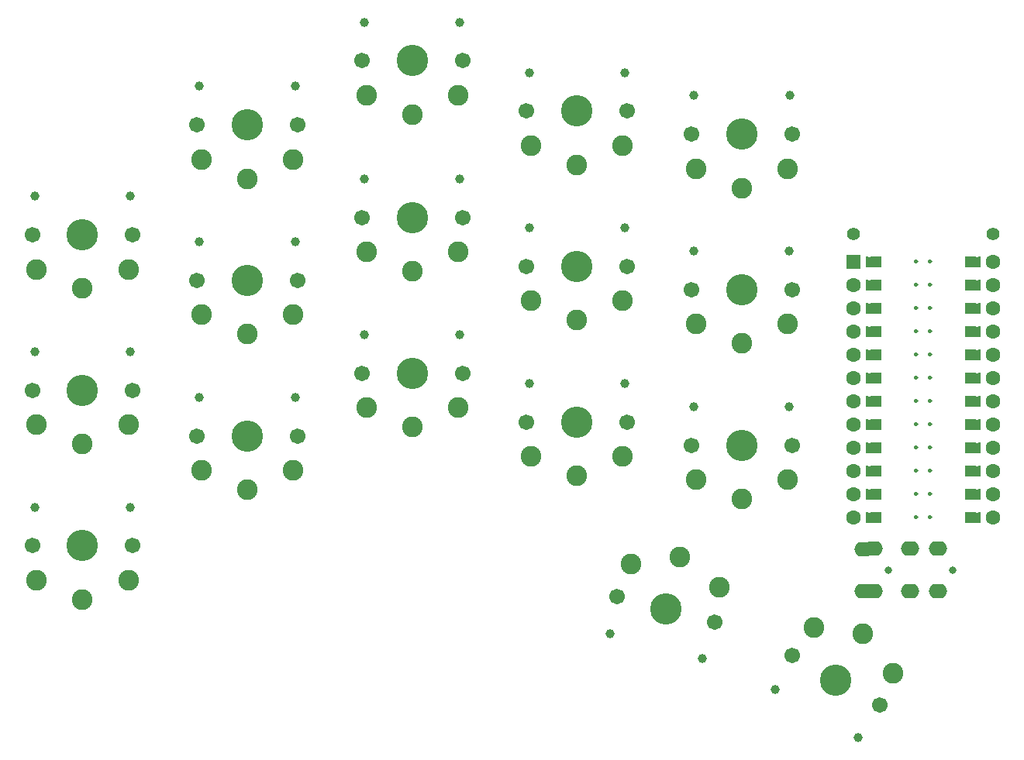
<source format=gbr>
%TF.GenerationSoftware,KiCad,Pcbnew,9.0.2*%
%TF.CreationDate,2025-05-16T20:21:05+01:00*%
%TF.ProjectId,half-swept,68616c66-2d73-4776-9570-742e6b696361,rev?*%
%TF.SameCoordinates,Original*%
%TF.FileFunction,Soldermask,Top*%
%TF.FilePolarity,Negative*%
%FSLAX46Y46*%
G04 Gerber Fmt 4.6, Leading zero omitted, Abs format (unit mm)*
G04 Created by KiCad (PCBNEW 9.0.2) date 2025-05-16 20:21:05*
%MOMM*%
%LPD*%
G01*
G04 APERTURE LIST*
G04 Aperture macros list*
%AMFreePoly0*
4,1,6,0.600000,0.200000,0.000000,-0.400000,-0.600000,0.200000,-0.600000,0.400000,0.600000,0.400000,0.600000,0.200000,0.600000,0.200000,$1*%
%AMFreePoly1*
4,1,6,0.600000,-0.250000,-0.600000,-0.250000,-0.600000,1.000000,0.000000,0.400000,0.600000,1.000000,0.600000,-0.250000,0.600000,-0.250000,$1*%
G04 Aperture macros list end*
%ADD10C,0.250000*%
%ADD11C,0.100000*%
%ADD12C,1.397000*%
%ADD13C,0.800000*%
%ADD14O,2.000000X1.600000*%
%ADD15C,0.990600*%
%ADD16C,1.701800*%
%ADD17C,3.429000*%
%ADD18C,2.262000*%
%ADD19C,1.600000*%
%ADD20FreePoly0,270.000000*%
%ADD21FreePoly0,90.000000*%
%ADD22R,1.600000X1.600000*%
%ADD23FreePoly1,90.000000*%
%ADD24FreePoly1,270.000000*%
G04 APERTURE END LIST*
D10*
%TO.C,U1*%
X118235000Y-69342000D02*
G75*
G02*
X117985000Y-69342000I-125000J0D01*
G01*
X117985000Y-69342000D02*
G75*
G02*
X118235000Y-69342000I125000J0D01*
G01*
X119759000Y-56642000D02*
G75*
G02*
X119509000Y-56642000I-125000J0D01*
G01*
X119509000Y-56642000D02*
G75*
G02*
X119759000Y-56642000I125000J0D01*
G01*
X118235000Y-56642000D02*
G75*
G02*
X117985000Y-56642000I-125000J0D01*
G01*
X117985000Y-56642000D02*
G75*
G02*
X118235000Y-56642000I125000J0D01*
G01*
X119759000Y-76962000D02*
G75*
G02*
X119509000Y-76962000I-125000J0D01*
G01*
X119509000Y-76962000D02*
G75*
G02*
X119759000Y-76962000I125000J0D01*
G01*
X118235000Y-54102000D02*
G75*
G02*
X117985000Y-54102000I-125000J0D01*
G01*
X117985000Y-54102000D02*
G75*
G02*
X118235000Y-54102000I125000J0D01*
G01*
X118235000Y-76962000D02*
G75*
G02*
X117985000Y-76962000I-125000J0D01*
G01*
X117985000Y-76962000D02*
G75*
G02*
X118235000Y-76962000I125000J0D01*
G01*
X119759000Y-69342000D02*
G75*
G02*
X119509000Y-69342000I-125000J0D01*
G01*
X119509000Y-69342000D02*
G75*
G02*
X119759000Y-69342000I125000J0D01*
G01*
X119759000Y-51562000D02*
G75*
G02*
X119509000Y-51562000I-125000J0D01*
G01*
X119509000Y-51562000D02*
G75*
G02*
X119759000Y-51562000I125000J0D01*
G01*
X118235000Y-64262000D02*
G75*
G02*
X117985000Y-64262000I-125000J0D01*
G01*
X117985000Y-64262000D02*
G75*
G02*
X118235000Y-64262000I125000J0D01*
G01*
X119759000Y-74422000D02*
G75*
G02*
X119509000Y-74422000I-125000J0D01*
G01*
X119509000Y-74422000D02*
G75*
G02*
X119759000Y-74422000I125000J0D01*
G01*
X119759000Y-61722000D02*
G75*
G02*
X119509000Y-61722000I-125000J0D01*
G01*
X119509000Y-61722000D02*
G75*
G02*
X119759000Y-61722000I125000J0D01*
G01*
X118235000Y-66802000D02*
G75*
G02*
X117985000Y-66802000I-125000J0D01*
G01*
X117985000Y-66802000D02*
G75*
G02*
X118235000Y-66802000I125000J0D01*
G01*
X118235000Y-71882000D02*
G75*
G02*
X117985000Y-71882000I-125000J0D01*
G01*
X117985000Y-71882000D02*
G75*
G02*
X118235000Y-71882000I125000J0D01*
G01*
X118235000Y-61722000D02*
G75*
G02*
X117985000Y-61722000I-125000J0D01*
G01*
X117985000Y-61722000D02*
G75*
G02*
X118235000Y-61722000I125000J0D01*
G01*
X119759000Y-66802000D02*
G75*
G02*
X119509000Y-66802000I-125000J0D01*
G01*
X119509000Y-66802000D02*
G75*
G02*
X119759000Y-66802000I125000J0D01*
G01*
X118235000Y-49022000D02*
G75*
G02*
X117985000Y-49022000I-125000J0D01*
G01*
X117985000Y-49022000D02*
G75*
G02*
X118235000Y-49022000I125000J0D01*
G01*
X119759000Y-49022000D02*
G75*
G02*
X119509000Y-49022000I-125000J0D01*
G01*
X119509000Y-49022000D02*
G75*
G02*
X119759000Y-49022000I125000J0D01*
G01*
X119759000Y-64262000D02*
G75*
G02*
X119509000Y-64262000I-125000J0D01*
G01*
X119509000Y-64262000D02*
G75*
G02*
X119759000Y-64262000I125000J0D01*
G01*
X118235000Y-51562000D02*
G75*
G02*
X117985000Y-51562000I-125000J0D01*
G01*
X117985000Y-51562000D02*
G75*
G02*
X118235000Y-51562000I125000J0D01*
G01*
X119759000Y-54102000D02*
G75*
G02*
X119509000Y-54102000I-125000J0D01*
G01*
X119509000Y-54102000D02*
G75*
G02*
X119759000Y-54102000I125000J0D01*
G01*
X119759000Y-71882000D02*
G75*
G02*
X119509000Y-71882000I-125000J0D01*
G01*
X119509000Y-71882000D02*
G75*
G02*
X119759000Y-71882000I125000J0D01*
G01*
X119759000Y-59182000D02*
G75*
G02*
X119509000Y-59182000I-125000J0D01*
G01*
X119509000Y-59182000D02*
G75*
G02*
X119759000Y-59182000I125000J0D01*
G01*
X118235000Y-59182000D02*
G75*
G02*
X117985000Y-59182000I-125000J0D01*
G01*
X117985000Y-59182000D02*
G75*
G02*
X118235000Y-59182000I125000J0D01*
G01*
X118235000Y-74422000D02*
G75*
G02*
X117985000Y-74422000I-125000J0D01*
G01*
X117985000Y-74422000D02*
G75*
G02*
X118235000Y-74422000I125000J0D01*
G01*
D11*
X113792000Y-69850000D02*
X112776000Y-69850000D01*
X112776000Y-68834000D01*
X113792000Y-68834000D01*
X113792000Y-69850000D01*
G36*
X113792000Y-69850000D02*
G01*
X112776000Y-69850000D01*
X112776000Y-68834000D01*
X113792000Y-68834000D01*
X113792000Y-69850000D01*
G37*
X113792000Y-57150000D02*
X112776000Y-57150000D01*
X112776000Y-56134000D01*
X113792000Y-56134000D01*
X113792000Y-57150000D01*
G36*
X113792000Y-57150000D02*
G01*
X112776000Y-57150000D01*
X112776000Y-56134000D01*
X113792000Y-56134000D01*
X113792000Y-57150000D01*
G37*
X113792000Y-52070000D02*
X112776000Y-52070000D01*
X112776000Y-51054000D01*
X113792000Y-51054000D01*
X113792000Y-52070000D01*
G36*
X113792000Y-52070000D02*
G01*
X112776000Y-52070000D01*
X112776000Y-51054000D01*
X113792000Y-51054000D01*
X113792000Y-52070000D01*
G37*
X113792000Y-49530000D02*
X112776000Y-49530000D01*
X112776000Y-48514000D01*
X113792000Y-48514000D01*
X113792000Y-49530000D01*
G36*
X113792000Y-49530000D02*
G01*
X112776000Y-49530000D01*
X112776000Y-48514000D01*
X113792000Y-48514000D01*
X113792000Y-49530000D01*
G37*
X113792000Y-72390000D02*
X112776000Y-72390000D01*
X112776000Y-71374000D01*
X113792000Y-71374000D01*
X113792000Y-72390000D01*
G36*
X113792000Y-72390000D02*
G01*
X112776000Y-72390000D01*
X112776000Y-71374000D01*
X113792000Y-71374000D01*
X113792000Y-72390000D01*
G37*
X124968000Y-72390000D02*
X123952000Y-72390000D01*
X123952000Y-71374000D01*
X124968000Y-71374000D01*
X124968000Y-72390000D01*
G36*
X124968000Y-72390000D02*
G01*
X123952000Y-72390000D01*
X123952000Y-71374000D01*
X124968000Y-71374000D01*
X124968000Y-72390000D01*
G37*
X124968000Y-74930000D02*
X123952000Y-74930000D01*
X123952000Y-73914000D01*
X124968000Y-73914000D01*
X124968000Y-74930000D01*
G36*
X124968000Y-74930000D02*
G01*
X123952000Y-74930000D01*
X123952000Y-73914000D01*
X124968000Y-73914000D01*
X124968000Y-74930000D01*
G37*
X124968000Y-64770000D02*
X123952000Y-64770000D01*
X123952000Y-63754000D01*
X124968000Y-63754000D01*
X124968000Y-64770000D01*
G36*
X124968000Y-64770000D02*
G01*
X123952000Y-64770000D01*
X123952000Y-63754000D01*
X124968000Y-63754000D01*
X124968000Y-64770000D01*
G37*
X113792000Y-74930000D02*
X112776000Y-74930000D01*
X112776000Y-73914000D01*
X113792000Y-73914000D01*
X113792000Y-74930000D01*
G36*
X113792000Y-74930000D02*
G01*
X112776000Y-74930000D01*
X112776000Y-73914000D01*
X113792000Y-73914000D01*
X113792000Y-74930000D01*
G37*
X124968000Y-52070000D02*
X123952000Y-52070000D01*
X123952000Y-51054000D01*
X124968000Y-51054000D01*
X124968000Y-52070000D01*
G36*
X124968000Y-52070000D02*
G01*
X123952000Y-52070000D01*
X123952000Y-51054000D01*
X124968000Y-51054000D01*
X124968000Y-52070000D01*
G37*
X113792000Y-77470000D02*
X112776000Y-77470000D01*
X112776000Y-76454000D01*
X113792000Y-76454000D01*
X113792000Y-77470000D01*
G36*
X113792000Y-77470000D02*
G01*
X112776000Y-77470000D01*
X112776000Y-76454000D01*
X113792000Y-76454000D01*
X113792000Y-77470000D01*
G37*
X124968000Y-69850000D02*
X123952000Y-69850000D01*
X123952000Y-68834000D01*
X124968000Y-68834000D01*
X124968000Y-69850000D01*
G36*
X124968000Y-69850000D02*
G01*
X123952000Y-69850000D01*
X123952000Y-68834000D01*
X124968000Y-68834000D01*
X124968000Y-69850000D01*
G37*
X113792000Y-67310000D02*
X112776000Y-67310000D01*
X112776000Y-66294000D01*
X113792000Y-66294000D01*
X113792000Y-67310000D01*
G36*
X113792000Y-67310000D02*
G01*
X112776000Y-67310000D01*
X112776000Y-66294000D01*
X113792000Y-66294000D01*
X113792000Y-67310000D01*
G37*
X113792000Y-59690000D02*
X112776000Y-59690000D01*
X112776000Y-58674000D01*
X113792000Y-58674000D01*
X113792000Y-59690000D01*
G36*
X113792000Y-59690000D02*
G01*
X112776000Y-59690000D01*
X112776000Y-58674000D01*
X113792000Y-58674000D01*
X113792000Y-59690000D01*
G37*
X113792000Y-54610000D02*
X112776000Y-54610000D01*
X112776000Y-53594000D01*
X113792000Y-53594000D01*
X113792000Y-54610000D01*
G36*
X113792000Y-54610000D02*
G01*
X112776000Y-54610000D01*
X112776000Y-53594000D01*
X113792000Y-53594000D01*
X113792000Y-54610000D01*
G37*
X124968000Y-77470000D02*
X123952000Y-77470000D01*
X123952000Y-76454000D01*
X124968000Y-76454000D01*
X124968000Y-77470000D01*
G36*
X124968000Y-77470000D02*
G01*
X123952000Y-77470000D01*
X123952000Y-76454000D01*
X124968000Y-76454000D01*
X124968000Y-77470000D01*
G37*
X124968000Y-59690000D02*
X123952000Y-59690000D01*
X123952000Y-58674000D01*
X124968000Y-58674000D01*
X124968000Y-59690000D01*
G36*
X124968000Y-59690000D02*
G01*
X123952000Y-59690000D01*
X123952000Y-58674000D01*
X124968000Y-58674000D01*
X124968000Y-59690000D01*
G37*
X124968000Y-54610000D02*
X123952000Y-54610000D01*
X123952000Y-53594000D01*
X124968000Y-53594000D01*
X124968000Y-54610000D01*
G36*
X124968000Y-54610000D02*
G01*
X123952000Y-54610000D01*
X123952000Y-53594000D01*
X124968000Y-53594000D01*
X124968000Y-54610000D01*
G37*
X124968000Y-67310000D02*
X123952000Y-67310000D01*
X123952000Y-66294000D01*
X124968000Y-66294000D01*
X124968000Y-67310000D01*
G36*
X124968000Y-67310000D02*
G01*
X123952000Y-67310000D01*
X123952000Y-66294000D01*
X124968000Y-66294000D01*
X124968000Y-67310000D01*
G37*
X113792000Y-62230000D02*
X112776000Y-62230000D01*
X112776000Y-61214000D01*
X113792000Y-61214000D01*
X113792000Y-62230000D01*
G36*
X113792000Y-62230000D02*
G01*
X112776000Y-62230000D01*
X112776000Y-61214000D01*
X113792000Y-61214000D01*
X113792000Y-62230000D01*
G37*
X113792000Y-64770000D02*
X112776000Y-64770000D01*
X112776000Y-63754000D01*
X113792000Y-63754000D01*
X113792000Y-64770000D01*
G36*
X113792000Y-64770000D02*
G01*
X112776000Y-64770000D01*
X112776000Y-63754000D01*
X113792000Y-63754000D01*
X113792000Y-64770000D01*
G37*
X124968000Y-57150000D02*
X123952000Y-57150000D01*
X123952000Y-56134000D01*
X124968000Y-56134000D01*
X124968000Y-57150000D01*
G36*
X124968000Y-57150000D02*
G01*
X123952000Y-57150000D01*
X123952000Y-56134000D01*
X124968000Y-56134000D01*
X124968000Y-57150000D01*
G37*
X124968000Y-49530000D02*
X123952000Y-49530000D01*
X123952000Y-48514000D01*
X124968000Y-48514000D01*
X124968000Y-49530000D01*
G36*
X124968000Y-49530000D02*
G01*
X123952000Y-49530000D01*
X123952000Y-48514000D01*
X124968000Y-48514000D01*
X124968000Y-49530000D01*
G37*
X124968000Y-62230000D02*
X123952000Y-62230000D01*
X123952000Y-61214000D01*
X124968000Y-61214000D01*
X124968000Y-62230000D01*
G36*
X124968000Y-62230000D02*
G01*
X123952000Y-62230000D01*
X123952000Y-61214000D01*
X124968000Y-61214000D01*
X124968000Y-62230000D01*
G37*
%TD*%
D12*
%TO.C,B+*%
X126492000Y-45974000D03*
%TD*%
%TO.C,B-*%
X111252000Y-45974000D03*
%TD*%
D13*
%TO.C,J2*%
X122098000Y-82750000D03*
X115098000Y-82750000D03*
D14*
X117478000Y-80420000D03*
X117498000Y-85050000D03*
X120498000Y-85050000D03*
X120478000Y-80420000D03*
X112398000Y-80450000D03*
X112378000Y-85020000D03*
X113478000Y-80420000D03*
X113498000Y-85050000D03*
%TD*%
D15*
%TO.C,SW1*%
X32300000Y-41880000D03*
D16*
X21580000Y-46080000D03*
D15*
X21860000Y-41880000D03*
D17*
X27080000Y-46080000D03*
D16*
X32580000Y-46080000D03*
D18*
X27080000Y-51980000D03*
X32080000Y-49880000D03*
X22080000Y-49880000D03*
%TD*%
D16*
%TO.C,SW2*%
X39580000Y-34080000D03*
D15*
X39860000Y-29880000D03*
D17*
X45080000Y-34080000D03*
D16*
X50580000Y-34080000D03*
D15*
X50300000Y-29880000D03*
D18*
X45080000Y-39980000D03*
X40080000Y-37880000D03*
X50080000Y-37880000D03*
%TD*%
D16*
%TO.C,SW3*%
X68580000Y-27080000D03*
X57580000Y-27080000D03*
D17*
X63080000Y-27080000D03*
D15*
X68300000Y-22880000D03*
X57860000Y-22880000D03*
D18*
X63080000Y-32980000D03*
X58080000Y-30880000D03*
X68080000Y-30880000D03*
%TD*%
D16*
%TO.C,SW4*%
X86580000Y-32580000D03*
D17*
X81080000Y-32580000D03*
D15*
X86300000Y-28380000D03*
D16*
X75580000Y-32580000D03*
D15*
X75860000Y-28380000D03*
D18*
X81080000Y-38480000D03*
X76080000Y-36380000D03*
X86080000Y-36380000D03*
%TD*%
D16*
%TO.C,SW6*%
X21580000Y-63080000D03*
X32580000Y-63080000D03*
D17*
X27080000Y-63080000D03*
D15*
X21860000Y-58880000D03*
X32300000Y-58880000D03*
D18*
X27080000Y-68980000D03*
X32080000Y-66880000D03*
X22080000Y-66880000D03*
%TD*%
D16*
%TO.C,SW7*%
X50580000Y-51054000D03*
D15*
X39860000Y-46854000D03*
D16*
X39580000Y-51054000D03*
D17*
X45080000Y-51054000D03*
D15*
X50300000Y-46854000D03*
D18*
X45080000Y-56954000D03*
X40080000Y-54854000D03*
X50080000Y-54854000D03*
%TD*%
D16*
%TO.C,SW8*%
X68580000Y-44196000D03*
X57580000Y-44196000D03*
D15*
X68300000Y-39996000D03*
D17*
X63080000Y-44196000D03*
D15*
X57860000Y-39996000D03*
D18*
X63080000Y-50096000D03*
X68080000Y-47996000D03*
X58080000Y-47996000D03*
%TD*%
D15*
%TO.C,SW9*%
X86300000Y-45330000D03*
X75860000Y-45330000D03*
D16*
X86580000Y-49530000D03*
X75580000Y-49530000D03*
D17*
X81080000Y-49530000D03*
D18*
X81080000Y-55430000D03*
X86080000Y-53330000D03*
X76080000Y-53330000D03*
%TD*%
D17*
%TO.C,SW10*%
X99060000Y-52070000D03*
D15*
X104280000Y-47870000D03*
D16*
X104560000Y-52070000D03*
D15*
X93840000Y-47870000D03*
D16*
X93560000Y-52070000D03*
D18*
X99060000Y-57970000D03*
X94060000Y-55870000D03*
X104060000Y-55870000D03*
%TD*%
D16*
%TO.C,SW11*%
X21580000Y-80080000D03*
D15*
X32300000Y-75880000D03*
D17*
X27080000Y-80080000D03*
D16*
X32580000Y-80080000D03*
D15*
X21860000Y-75880000D03*
D18*
X27080000Y-85980000D03*
X22080000Y-83880000D03*
X32080000Y-83880000D03*
%TD*%
D17*
%TO.C,SW12*%
X45080000Y-68072000D03*
D15*
X39860000Y-63872000D03*
D16*
X50580000Y-68072000D03*
X39580000Y-68072000D03*
D15*
X50300000Y-63872000D03*
D18*
X45080000Y-73972000D03*
X50080000Y-71872000D03*
X40080000Y-71872000D03*
%TD*%
D15*
%TO.C,SW13*%
X57860000Y-57014000D03*
D17*
X63080000Y-61214000D03*
D16*
X57580000Y-61214000D03*
D15*
X68300000Y-57014000D03*
D16*
X68580000Y-61214000D03*
D18*
X63080000Y-67114000D03*
X58080000Y-65014000D03*
X68080000Y-65014000D03*
%TD*%
D16*
%TO.C,SW14*%
X86580000Y-66548000D03*
D17*
X81080000Y-66548000D03*
D15*
X86300000Y-62348000D03*
X75860000Y-62348000D03*
D16*
X75580000Y-66548000D03*
D18*
X81080000Y-72448000D03*
X76080000Y-70348000D03*
X86080000Y-70348000D03*
%TD*%
D15*
%TO.C,SW15*%
X104280000Y-64888000D03*
X93840000Y-64888000D03*
D16*
X93560000Y-69088000D03*
D17*
X99060000Y-69088000D03*
D16*
X104560000Y-69088000D03*
D18*
X99060000Y-74988000D03*
X94060000Y-72888000D03*
X104060000Y-72888000D03*
%TD*%
D16*
%TO.C,SW17*%
X104592860Y-92030000D03*
D15*
X102735347Y-95807307D03*
X111776653Y-101027307D03*
D17*
X109356000Y-94780000D03*
D16*
X114119140Y-97530000D03*
D18*
X112306000Y-89670450D03*
X115586127Y-93989103D03*
X106925873Y-88989103D03*
%TD*%
D15*
%TO.C,SW16*%
X84666827Y-89735853D03*
D16*
X96108592Y-88453505D03*
D15*
X94751093Y-92437924D03*
D16*
X85483408Y-85606495D03*
D17*
X90796000Y-87030000D03*
D18*
X92323032Y-81331038D03*
X86949883Y-82065387D03*
X96609142Y-84653577D03*
%TD*%
D19*
%TO.C,U1*%
X111252000Y-74422000D03*
D20*
X124714000Y-69342000D03*
X124714000Y-54102000D03*
D19*
X126492000Y-64262000D03*
X111252000Y-51562000D03*
D21*
X113030000Y-51562000D03*
X113030000Y-59182000D03*
D19*
X126492000Y-49022000D03*
D21*
X113030000Y-74422000D03*
D19*
X111252000Y-54102000D03*
X126492000Y-51562000D03*
D20*
X124714000Y-64262000D03*
D19*
X126492000Y-69342000D03*
D22*
X111252000Y-49022000D03*
D21*
X113030000Y-56642000D03*
D19*
X111252000Y-59182000D03*
D21*
X113030000Y-49022000D03*
D19*
X126492000Y-66802000D03*
X126492000Y-56642000D03*
X126492000Y-74422000D03*
X111252000Y-61722000D03*
D20*
X124714000Y-74422000D03*
D21*
X113030000Y-54102000D03*
D20*
X124714000Y-59182000D03*
X124714000Y-61722000D03*
X124714000Y-71882000D03*
D21*
X113030000Y-76962000D03*
X113030000Y-71882000D03*
D19*
X111252000Y-69342000D03*
X126492000Y-76962000D03*
D21*
X113030000Y-69342000D03*
D19*
X111252000Y-66802000D03*
D20*
X124714000Y-51562000D03*
D21*
X113030000Y-64262000D03*
D19*
X111252000Y-56642000D03*
X126492000Y-61722000D03*
X126492000Y-54102000D03*
D20*
X124714000Y-49022000D03*
D19*
X126492000Y-71882000D03*
X126492000Y-59182000D03*
D21*
X113030000Y-61722000D03*
D19*
X111252000Y-64262000D03*
X111252000Y-76962000D03*
D21*
X113030000Y-66802000D03*
D20*
X124714000Y-76962000D03*
X124714000Y-66802000D03*
D19*
X111252000Y-71882000D03*
D20*
X124714000Y-56642000D03*
D19*
X111252000Y-49022000D03*
D23*
X114046000Y-49022000D03*
X114046000Y-51562000D03*
X114046000Y-54102000D03*
X114046000Y-56642000D03*
X114046000Y-59182000D03*
X114046000Y-61722000D03*
X114046000Y-64262000D03*
X114046000Y-66802000D03*
X114046000Y-69342000D03*
X114046000Y-71882000D03*
X114046000Y-74422000D03*
X114046000Y-76962000D03*
D24*
X123698000Y-76962000D03*
X123698000Y-74422000D03*
X123698000Y-71882000D03*
X123698000Y-69342000D03*
X123698000Y-66802000D03*
X123698000Y-64262000D03*
X123698000Y-61722000D03*
X123698000Y-59182000D03*
X123698000Y-56642000D03*
X123698000Y-54102000D03*
X123698000Y-51562000D03*
X123698000Y-49022000D03*
%TD*%
D16*
%TO.C,SW5*%
X93580000Y-35080000D03*
D15*
X104300000Y-30880000D03*
X93860000Y-30880000D03*
D16*
X104580000Y-35080000D03*
D17*
X99080000Y-35080000D03*
D18*
X99080000Y-40980000D03*
X104080000Y-38880000D03*
X94080000Y-38880000D03*
%TD*%
M02*

</source>
